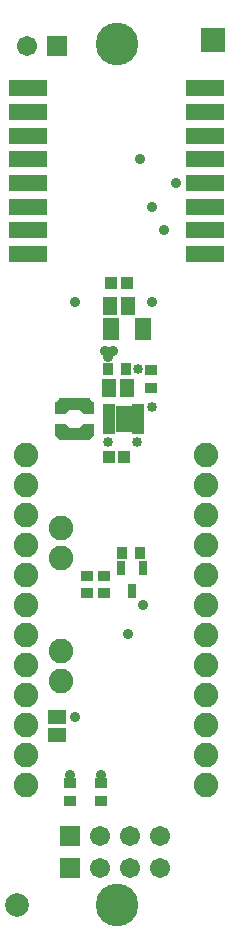
<source format=gts>
G04 Layer_Color=8388736*
%FSLAX24Y24*%
%MOIN*%
G70*
G01*
G75*
%ADD37R,0.0552X0.0769*%
%ADD38R,0.0415X0.0336*%
%ADD39R,0.0552X0.0867*%
%ADD40R,0.0395X0.0190*%
%ADD41R,0.0336X0.0415*%
%ADD42R,0.0316X0.0513*%
%ADD43R,0.0880X0.0330*%
%ADD44R,0.0631X0.0474*%
%ADD45R,0.0434X0.0415*%
%ADD46R,0.0474X0.0631*%
%ADD47R,0.1261X0.0552*%
%ADD48R,0.0787X0.0787*%
%ADD49C,0.0787*%
%ADD50C,0.1419*%
%ADD51C,0.0671*%
%ADD52R,0.0671X0.0671*%
%ADD53C,0.0820*%
%ADD54C,0.0336*%
%ADD55C,0.0356*%
%ADD56C,0.0237*%
G36*
X3338Y17011D02*
X3343Y17010D01*
X3348Y17009D01*
X3352Y17006D01*
X3357Y17004D01*
X3361Y17000D01*
X3364Y16996D01*
X3367Y16992D01*
X3369Y16987D01*
X3371Y16982D01*
X3372Y16977D01*
X3373Y16972D01*
Y16622D01*
X3372Y16616D01*
X3371Y16611D01*
X3369Y16606D01*
X3367Y16602D01*
X3364Y16597D01*
X3361Y16593D01*
X3261Y16493D01*
X3257Y16490D01*
X3252Y16487D01*
X3248Y16485D01*
X3243Y16483D01*
X3238Y16482D01*
X3232Y16482D01*
X2232D01*
X2227Y16482D01*
X2222Y16483D01*
X2217Y16485D01*
X2212Y16487D01*
X2208Y16490D01*
X2204Y16493D01*
X2104Y16593D01*
X2101Y16597D01*
X2098Y16602D01*
X2095Y16606D01*
X2094Y16611D01*
X2093Y16616D01*
X2092Y16622D01*
Y16972D01*
X2093Y16977D01*
X2094Y16982D01*
X2095Y16987D01*
X2098Y16992D01*
X2101Y16996D01*
X2104Y17000D01*
X2108Y17004D01*
X2112Y17006D01*
X2117Y17009D01*
X2122Y17010D01*
X2127Y17011D01*
X2132Y17012D01*
X2407D01*
X2409Y17012D01*
X2411Y17012D01*
X2412Y17012D01*
X2413Y17011D01*
X2414Y17011D01*
X2416Y17011D01*
X2417Y17011D01*
X2418Y17010D01*
X2420Y17010D01*
X2421Y17009D01*
X2422Y17009D01*
X2423Y17009D01*
X2424Y17008D01*
X2426Y17007D01*
X2427Y17007D01*
X2428Y17006D01*
X2429Y17005D01*
X2431Y17004D01*
X2431Y17004D01*
X2432Y17004D01*
X2433Y17002D01*
X2435Y17001D01*
X2435Y17001D01*
X2436Y17000D01*
X2437Y16999D01*
X2438Y16997D01*
X2551Y16862D01*
X2914D01*
X3027Y16997D01*
X3028Y16999D01*
X3029Y17000D01*
X3030Y17001D01*
X3030Y17001D01*
X3032Y17002D01*
X3033Y17004D01*
X3034Y17004D01*
X3034Y17004D01*
X3036Y17005D01*
X3037Y17006D01*
X3038Y17007D01*
X3039Y17007D01*
X3040Y17008D01*
X3042Y17009D01*
X3043Y17009D01*
X3044Y17009D01*
X3045Y17010D01*
X3047Y17010D01*
X3048Y17011D01*
X3049Y17011D01*
X3050Y17011D01*
X3052Y17011D01*
X3053Y17012D01*
X3054Y17012D01*
X3056Y17012D01*
X3057Y17012D01*
X3332D01*
X3338Y17011D01*
D02*
G37*
G36*
X3238Y17861D02*
X3243Y17860D01*
X3248Y17859D01*
X3252Y17856D01*
X3257Y17854D01*
X3261Y17850D01*
X3361Y17750D01*
X3364Y17746D01*
X3367Y17742D01*
X3369Y17737D01*
X3371Y17732D01*
X3372Y17727D01*
X3373Y17722D01*
Y17372D01*
X3372Y17366D01*
X3371Y17361D01*
X3369Y17356D01*
X3367Y17352D01*
X3364Y17347D01*
X3361Y17343D01*
X3357Y17340D01*
X3352Y17337D01*
X3348Y17335D01*
X3343Y17333D01*
X3338Y17332D01*
X3332Y17332D01*
X3057D01*
X3056Y17332D01*
X3054Y17332D01*
X3053Y17332D01*
X3052Y17332D01*
X3050Y17332D01*
X3049Y17333D01*
X3048Y17333D01*
X3047Y17333D01*
X3045Y17334D01*
X3044Y17334D01*
X3043Y17334D01*
X3042Y17335D01*
X3040Y17335D01*
X3039Y17336D01*
X3038Y17337D01*
X3037Y17337D01*
X3036Y17338D01*
X3034Y17339D01*
X3034Y17339D01*
X3033Y17340D01*
X3032Y17341D01*
X3030Y17342D01*
X3030Y17343D01*
X3029Y17343D01*
X3028Y17345D01*
X3027Y17346D01*
X2914Y17482D01*
X2551D01*
X2438Y17346D01*
X2437Y17345D01*
X2436Y17343D01*
X2435Y17343D01*
X2435Y17342D01*
X2433Y17341D01*
X2432Y17340D01*
X2431Y17339D01*
X2431Y17339D01*
X2429Y17338D01*
X2428Y17337D01*
X2427Y17337D01*
X2426Y17336D01*
X2424Y17335D01*
X2423Y17335D01*
X2422Y17334D01*
X2421Y17334D01*
X2420Y17334D01*
X2418Y17333D01*
X2417Y17333D01*
X2416Y17333D01*
X2414Y17332D01*
X2413Y17332D01*
X2412Y17332D01*
X2411Y17332D01*
X2409Y17332D01*
X2407Y17332D01*
X2132D01*
X2127Y17332D01*
X2122Y17333D01*
X2117Y17335D01*
X2112Y17337D01*
X2108Y17340D01*
X2104Y17343D01*
X2101Y17347D01*
X2098Y17352D01*
X2095Y17356D01*
X2094Y17361D01*
X2093Y17366D01*
X2092Y17372D01*
Y17722D01*
X2093Y17727D01*
X2094Y17732D01*
X2095Y17737D01*
X2098Y17742D01*
X2101Y17746D01*
X2104Y17750D01*
X2204Y17850D01*
X2208Y17854D01*
X2212Y17856D01*
X2217Y17859D01*
X2222Y17860D01*
X2227Y17861D01*
X2232Y17862D01*
X3232D01*
X3238Y17861D01*
D02*
G37*
D37*
X3957Y20157D02*
D03*
X5020D02*
D03*
D38*
X3622Y4429D02*
D03*
Y5020D02*
D03*
X3150Y11358D02*
D03*
Y11949D02*
D03*
X3701Y11949D02*
D03*
Y11358D02*
D03*
X5276Y18209D02*
D03*
Y18799D02*
D03*
X2598Y4429D02*
D03*
Y5020D02*
D03*
D39*
X4370Y17165D02*
D03*
D40*
X4862D02*
D03*
Y16772D02*
D03*
Y16968D02*
D03*
Y17362D02*
D03*
Y17559D02*
D03*
X3878D02*
D03*
Y17362D02*
D03*
Y16968D02*
D03*
Y16772D02*
D03*
Y17165D02*
D03*
D41*
X4902Y12717D02*
D03*
X4311D02*
D03*
X4445Y18825D02*
D03*
X3855D02*
D03*
D42*
X5020Y12195D02*
D03*
X4272D02*
D03*
X4646Y11427D02*
D03*
D43*
X2732Y16672D02*
D03*
Y17672D02*
D03*
D44*
X2165Y6624D02*
D03*
Y7234D02*
D03*
D45*
X4390Y15906D02*
D03*
X3878D02*
D03*
X4469Y21693D02*
D03*
X3957D02*
D03*
D46*
X4494Y18195D02*
D03*
X3884D02*
D03*
X4518Y20945D02*
D03*
X3907D02*
D03*
D47*
X7087Y25039D02*
D03*
Y24252D02*
D03*
Y23465D02*
D03*
Y22677D02*
D03*
Y25827D02*
D03*
Y26614D02*
D03*
Y27402D02*
D03*
Y28189D02*
D03*
X1181D02*
D03*
Y27402D02*
D03*
Y26614D02*
D03*
Y25827D02*
D03*
Y25039D02*
D03*
Y24252D02*
D03*
Y23465D02*
D03*
Y22677D02*
D03*
D48*
X7362Y29803D02*
D03*
D49*
X827Y984D02*
D03*
D50*
X4134Y29665D02*
D03*
Y965D02*
D03*
D51*
X5598Y3268D02*
D03*
X4598D02*
D03*
X3598D02*
D03*
X1165Y29606D02*
D03*
X5598Y2205D02*
D03*
X4598D02*
D03*
X3598D02*
D03*
D52*
X2598Y3268D02*
D03*
X2165Y29606D02*
D03*
X2598Y2205D02*
D03*
D53*
X2276Y8434D02*
D03*
Y9434D02*
D03*
Y12534D02*
D03*
Y13534D02*
D03*
X1126Y15984D02*
D03*
Y14984D02*
D03*
Y13984D02*
D03*
Y12984D02*
D03*
Y11984D02*
D03*
Y10984D02*
D03*
Y9984D02*
D03*
Y8984D02*
D03*
Y7984D02*
D03*
Y6984D02*
D03*
Y5984D02*
D03*
Y4984D02*
D03*
X7126D02*
D03*
Y5984D02*
D03*
Y6984D02*
D03*
Y7984D02*
D03*
Y8984D02*
D03*
Y9984D02*
D03*
Y10984D02*
D03*
Y11984D02*
D03*
Y12984D02*
D03*
Y13984D02*
D03*
Y14984D02*
D03*
Y15984D02*
D03*
D54*
X4803Y16417D02*
D03*
X3858D02*
D03*
X5315Y17559D02*
D03*
X4843Y18819D02*
D03*
D55*
X3858Y19252D02*
D03*
X4016Y19449D02*
D03*
X3740D02*
D03*
X5020Y10984D02*
D03*
X4528Y10000D02*
D03*
X4921Y25827D02*
D03*
X6102Y25039D02*
D03*
X5315Y24252D02*
D03*
X5709Y23465D02*
D03*
X2598Y5315D02*
D03*
X3622D02*
D03*
X2746Y7234D02*
D03*
X5315Y21063D02*
D03*
X2756D02*
D03*
D56*
X4370Y17165D02*
D03*
X4232Y17461D02*
D03*
Y16870D02*
D03*
X4508D02*
D03*
Y17461D02*
D03*
M02*

</source>
